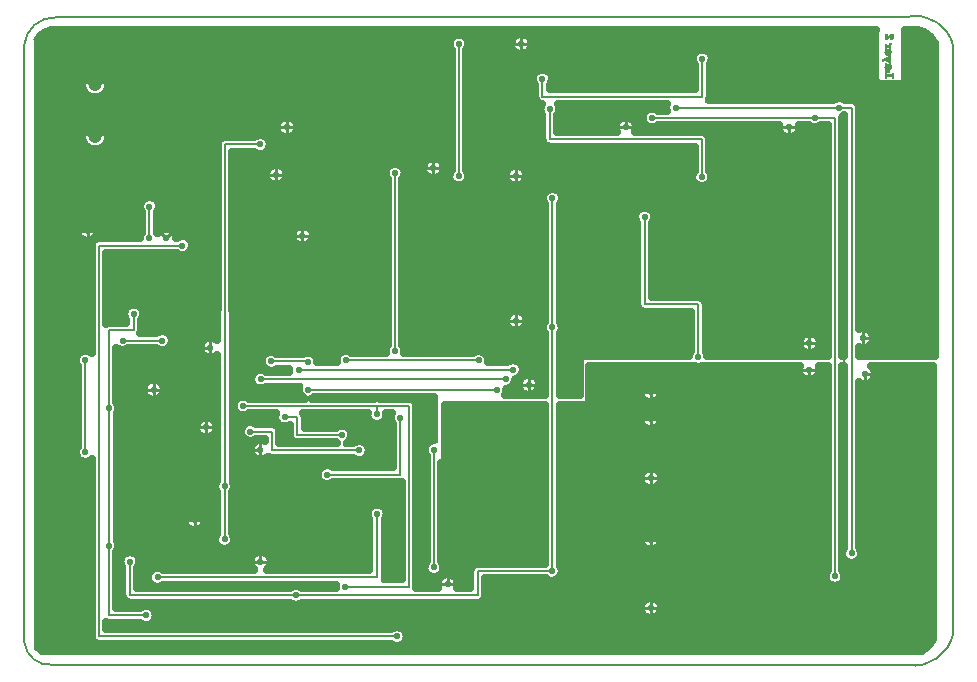
<source format=gbr>
%FSLAX23Y23*%
%MOIN*%
G04 EasyPC Gerber Version 15.0.4 Build 3016 *
%ADD14C,0.00100*%
%ADD16C,0.00500*%
%ADD15C,0.00787*%
%ADD13C,0.00800*%
%ADD148C,0.01000*%
%ADD83C,0.02200*%
%ADD133C,0.02500*%
%ADD82C,0.04724*%
X0Y0D02*
D02*
D13*
X206Y1019D02*
Y713D01*
X285Y859D02*
Y1119D01*
X367*
Y1174*
X285Y402D02*
Y169D01*
X409*
X285Y402D02*
Y631D01*
X285*
Y859*
X331Y1085D02*
X463D01*
X420Y1532D02*
Y1480D01*
X420*
Y1427*
X530Y1402D02*
X251D01*
Y99*
X1246*
X571Y487D02*
Y489D01*
X610*
Y796*
X671Y423D02*
Y599D01*
X671Y1182D02*
X671Y599D01*
X790Y1739D02*
X671D01*
Y1448*
X871Y830D02*
X912D01*
Y770*
X1061*
X917Y988D02*
X1633D01*
X948Y1015D02*
Y1017D01*
X825*
Y1016*
X949Y921D02*
X1578D01*
X1073Y265D02*
X1286D01*
Y867*
X1178*
X1120Y719D02*
X829D01*
Y782*
X756*
X1178Y867D02*
X732D01*
X1178D02*
Y839D01*
X1179Y507D02*
X1179D01*
Y296*
X447*
X1239Y1643D02*
Y1051D01*
X1256Y828D02*
Y638D01*
X1012*
X1368Y721D02*
Y329D01*
X1452Y1634D02*
Y2074D01*
X1517Y1019D02*
X1075D01*
Y1019*
X1608Y957D02*
X791D01*
X1730Y1957D02*
Y1898D01*
X2262*
Y2024*
X1755Y1856D02*
Y1757D01*
X2261*
Y1632*
X1763Y317D02*
X1515D01*
Y236*
X1763Y1129D02*
Y317D01*
Y1129D02*
Y1354D01*
X1763*
Y1559*
X2008Y1796D02*
X2552D01*
X2071Y1497D02*
Y1206D01*
X2249*
Y1030*
X2091Y630D02*
X2091D01*
Y626*
Y194D02*
Y422D01*
Y626D02*
X2620D01*
Y988*
X2091Y626D02*
Y422D01*
X2096Y1827D02*
X2637D01*
X2620Y1077D02*
Y1204D01*
X2620*
Y1796*
X2552*
X2706Y300D02*
Y1827D01*
X2637*
X2719Y1862D02*
X2174D01*
X2734Y909D02*
Y1108D01*
X2736*
X2761Y376D02*
Y1862D01*
X2719*
D02*
D14*
X2871Y1962D02*
X2875D01*
Y1966*
X2894*
Y1962*
X2899*
Y1977*
X2894*
Y1973*
X2875*
Y1981*
X2884*
Y1987*
X2871*
Y1962*
X2875Y2011D02*
X2871D01*
Y2002*
X2872*
X2871Y1999*
X2870Y1996*
X2871Y1993*
X2872Y1991*
X2874Y1989*
X2876Y1989*
X2879Y1989*
X2881Y1991*
X2883Y1994*
X2883Y1997*
X2882Y2002*
X2883*
X2885*
X2886Y2001*
X2887Y1998*
X2886Y1996*
X2885Y1994*
X2886Y1989*
X2888Y1990*
X2890Y1992*
X2890Y1995*
X2891Y1998*
Y2001*
X2890Y2003*
X2889Y2005*
X2888Y2006*
X2886Y2007*
X2885Y2008*
X2882*
X2875*
Y2011*
X2878Y2002D02*
X2879Y2000D01*
X2879Y1998*
X2879Y1996*
X2877Y1995*
X2875Y1996*
X2874Y1998*
X2875Y2000*
X2876Y2002*
X2878*
X2862Y2016D02*
X2866D01*
Y2020*
X2870Y2021*
X2886Y2014*
Y2011*
X2890*
Y2023*
X2886*
Y2021*
X2877Y2024*
X2886Y2028*
Y2025*
X2890*
Y2036*
X2886*
Y2033*
X2862Y2023*
Y2016*
X2877Y2053D02*
X2875Y2058D01*
X2873Y2056*
X2871Y2054*
X2871Y2051*
X2870Y2048*
X2871Y2044*
X2873Y2040*
X2876Y2038*
X2880Y2037*
X2884Y2038*
X2888Y2040*
X2890Y2044*
X2891Y2048*
X2890Y2051*
X2889Y2053*
X2887Y2056*
X2885Y2057*
X2879Y2058*
Y2044*
X2877Y2044*
X2875Y2045*
X2874Y2047*
Y2049*
X2875Y2051*
X2877Y2053*
X2883Y2051D02*
X2886Y2050D01*
X2886Y2049*
X2887Y2047*
X2886Y2045*
X2883Y2044*
Y2051*
X2875Y2073D02*
X2871D01*
Y2061*
X2875*
Y2064*
X2886*
Y2061*
X2890*
Y2069*
X2885*
X2887Y2070*
X2889Y2072*
X2890Y2074*
X2891Y2076*
Y2077*
X2885*
X2884Y2073*
X2883Y2072*
X2882Y2071*
X2880Y2070*
X2878Y2070*
X2875*
Y2073*
X2879Y2108D02*
X2871D01*
Y2090*
X2874*
X2876Y2091*
X2880Y2093*
X2882Y2094*
X2884Y2096*
X2887Y2099*
X2889Y2100*
X2890Y2101*
X2892*
X2894Y2101*
X2895Y2099*
X2894Y2098*
X2893Y2097*
X2891Y2096*
X2889Y2096*
Y2091*
X2893Y2091*
X2895Y2092*
X2897Y2093*
X2898Y2095*
X2899Y2099*
X2899Y2103*
X2897Y2106*
X2894Y2107*
X2891Y2108*
X2888Y2107*
X2886Y2105*
X2884Y2104*
X2883Y2102*
X2880Y2099*
X2878Y2097*
X2875Y2096*
Y2104*
X2879*
Y2108*
X2871Y1963D02*
X2875D01*
X2894D02*
X2899D01*
X2871Y1963D02*
X2875D01*
X2894D02*
X2899D01*
X2871Y1964D02*
X2875D01*
X2894D02*
X2899D01*
X2871Y1965D02*
X2875D01*
X2894D02*
X2899D01*
X2871Y1966D02*
X2899D01*
X2871Y1967D02*
X2899D01*
X2871Y1968D02*
X2899D01*
X2871Y1969D02*
X2899D01*
X2871Y1970D02*
X2899D01*
X2871Y1971D02*
X2899D01*
X2871Y1972D02*
X2899D01*
X2871Y1973D02*
X2899D01*
X2871Y1974D02*
X2875D01*
X2894D02*
X2899D01*
X2871Y1975D02*
X2875D01*
X2894D02*
X2899D01*
X2871Y1976D02*
X2875D01*
X2894D02*
X2899D01*
X2871Y1977D02*
X2875D01*
X2894D02*
X2899D01*
X2871Y1978D02*
X2875D01*
X2871Y1978D02*
X2875D01*
X2871Y1979D02*
X2875D01*
X2871Y1980D02*
X2875D01*
X2871Y1981D02*
X2884D01*
X2871Y1982D02*
X2884D01*
X2871Y1983D02*
X2884D01*
X2871Y1984D02*
X2884D01*
X2871Y1985D02*
X2884D01*
X2871Y1986D02*
X2884D01*
X2876Y1989D02*
X2877D01*
X2886D02*
X2887D01*
X2873Y1990D02*
X2880D01*
X2886D02*
X2888D01*
X2872Y1991D02*
X2881D01*
X2886D02*
X2889D01*
X2872Y1992D02*
X2882D01*
X2886D02*
X2890D01*
X2871Y1993D02*
X2882D01*
X2886D02*
X2890D01*
X2871Y1993D02*
X2883D01*
X2886D02*
X2890D01*
X2871Y1994D02*
X2883D01*
X2886D02*
X2890D01*
X2871Y1995D02*
X2876D01*
X2877D02*
X2883D01*
X2886D02*
X2891D01*
X2870Y1996D02*
X2875D01*
X2879D02*
X2883D01*
X2887D02*
X2891D01*
X2871Y1997D02*
X2875D01*
X2879D02*
X2883D01*
X2887D02*
X2891D01*
X2871Y1998D02*
X2875D01*
X2879D02*
X2883D01*
X2887D02*
X2891D01*
X2871Y1999D02*
X2875D01*
X2879D02*
X2883D01*
X2887D02*
X2891D01*
X2871Y2000D02*
X2875D01*
X2879D02*
X2883D01*
X2886D02*
X2891D01*
X2872Y2001D02*
X2876D01*
X2878D02*
X2883D01*
X2886D02*
X2891D01*
X2871Y2002D02*
X2891D01*
X2871Y2003D02*
X2891D01*
X2871Y2004D02*
X2890D01*
X2871Y2005D02*
X2889D01*
X2871Y2006D02*
X2889D01*
X2871Y2007D02*
X2888D01*
X2871Y2007D02*
X2885D01*
X2871Y2008D02*
X2875D01*
X2871Y2009D02*
X2875D01*
X2871Y2010D02*
X2875D01*
X2886Y2011D02*
X2890D01*
X2886Y2012D02*
X2890D01*
X2886Y2013D02*
X2890D01*
X2886Y2014D02*
X2890D01*
X2884Y2015D02*
X2890D01*
X2882Y2016D02*
X2890D01*
X2862Y2017D02*
X2866D01*
X2880D02*
X2890D01*
X2862Y2018D02*
X2866D01*
X2878D02*
X2890D01*
X2862Y2019D02*
X2866D01*
X2875D02*
X2890D01*
X2862Y2020D02*
X2866D01*
X2873D02*
X2890D01*
X2862Y2021D02*
X2868D01*
X2871D02*
X2890D01*
X2862Y2022D02*
X2884D01*
X2886D02*
X2890D01*
X2862Y2022D02*
X2881D01*
X2886D02*
X2890D01*
X2863Y2023D02*
X2879D01*
X2865Y2024D02*
X2878D01*
X2867Y2025D02*
X2880D01*
X2886D02*
X2890D01*
X2870Y2026D02*
X2882D01*
X2886D02*
X2890D01*
X2872Y2027D02*
X2885D01*
X2886D02*
X2890D01*
X2875Y2028D02*
X2890D01*
X2877Y2029D02*
X2890D01*
X2879Y2030D02*
X2890D01*
X2882Y2031D02*
X2890D01*
X2884Y2032D02*
X2890D01*
X2886Y2033D02*
X2890D01*
X2886Y2034D02*
X2890D01*
X2886Y2035D02*
X2890D01*
X2886Y2036D02*
X2890D01*
X2878Y2037D02*
X2882D01*
X2875Y2038D02*
X2885D01*
X2874Y2039D02*
X2887D01*
X2873Y2040D02*
X2888D01*
X2872Y2041D02*
X2889D01*
X2872Y2042D02*
X2889D01*
X2871Y2043D02*
X2890D01*
X2871Y2044D02*
X2878D01*
X2879D02*
X2883D01*
X2884D02*
X2890D01*
X2871Y2045D02*
X2876D01*
X2879D02*
X2883D01*
X2886D02*
X2890D01*
X2871Y2046D02*
X2875D01*
X2879D02*
X2883D01*
X2886D02*
X2891D01*
X2871Y2047D02*
X2874D01*
X2879D02*
X2883D01*
X2887D02*
X2891D01*
X2871Y2048D02*
X2874D01*
X2879D02*
X2883D01*
X2887D02*
X2891D01*
X2871Y2049D02*
X2875D01*
X2879D02*
X2883D01*
X2886D02*
X2891D01*
X2871Y2050D02*
X2875D01*
X2879D02*
X2883D01*
X2886D02*
X2891D01*
X2871Y2051D02*
X2875D01*
X2879D02*
X2883D01*
X2885D02*
X2890D01*
X2871Y2052D02*
X2876D01*
X2879D02*
X2890D01*
X2871Y2052D02*
X2876D01*
X2879D02*
X2890D01*
X2871Y2053D02*
X2877D01*
X2879D02*
X2889D01*
X2872Y2054D02*
X2877D01*
X2879D02*
X2889D01*
X2872Y2055D02*
X2876D01*
X2879D02*
X2888D01*
X2873Y2056D02*
X2876D01*
X2879D02*
X2886D01*
X2875Y2057D02*
X2876D01*
X2879D02*
X2882D01*
X2871Y2061D02*
X2875D01*
X2886D02*
X2890D01*
X2871Y2062D02*
X2875D01*
X2886D02*
X2890D01*
X2871Y2063D02*
X2875D01*
X2886D02*
X2890D01*
X2871Y2064D02*
X2890D01*
X2871Y2065D02*
X2890D01*
X2871Y2066D02*
X2890D01*
X2871Y2067D02*
X2890D01*
X2871Y2067D02*
X2890D01*
X2871Y2068D02*
X2890D01*
X2871Y2069D02*
X2886D01*
X2871Y2070D02*
X2875D01*
X2881D02*
X2888D01*
X2871Y2071D02*
X2875D01*
X2883D02*
X2889D01*
X2871Y2072D02*
X2875D01*
X2884D02*
X2890D01*
X2884Y2073D02*
X2890D01*
X2885Y2074D02*
X2891D01*
X2885Y2075D02*
X2891D01*
X2885Y2076D02*
X2891D01*
X2885Y2077D02*
X2891D01*
X2871Y2091D02*
X2877D01*
X2889D02*
X2891D01*
X2871Y2092D02*
X2879D01*
X2889D02*
X2896D01*
X2871Y2093D02*
X2881D01*
X2889D02*
X2897D01*
X2871Y2094D02*
X2882D01*
X2889D02*
X2898D01*
X2871Y2095D02*
X2883D01*
X2889D02*
X2898D01*
X2871Y2096D02*
X2884D01*
X2889D02*
X2899D01*
X2871Y2097D02*
X2875D01*
X2878D02*
X2885D01*
X2893D02*
X2899D01*
X2871Y2097D02*
X2875D01*
X2879D02*
X2886D01*
X2894D02*
X2899D01*
X2871Y2098D02*
X2875D01*
X2880D02*
X2887D01*
X2895D02*
X2899D01*
X2871Y2099D02*
X2875D01*
X2881D02*
X2888D01*
X2895D02*
X2899D01*
X2871Y2100D02*
X2875D01*
X2882D02*
X2889D01*
X2894D02*
X2899D01*
X2871Y2101D02*
X2875D01*
X2883D02*
X2899D01*
X2871Y2102D02*
X2875D01*
X2883D02*
X2899D01*
X2871Y2103D02*
X2875D01*
X2884D02*
X2899D01*
X2871Y2104D02*
X2879D01*
X2884D02*
X2898D01*
X2871Y2105D02*
X2879D01*
X2886D02*
X2897D01*
X2871Y2106D02*
X2879D01*
X2887D02*
X2897D01*
X2871Y2107D02*
X2879D01*
X2888D02*
X2895D01*
X2871Y2108D02*
X2879D01*
D02*
D15*
X671Y1448D02*
Y1182D01*
X790Y348D02*
Y721D01*
X908Y236D02*
X355D01*
Y348*
X1515Y236D02*
X908D01*
X1643Y1152D02*
Y1622D01*
X1642*
Y1635*
X2091Y824D02*
Y630D01*
Y824D02*
Y869D01*
X2091*
Y914*
D02*
D16*
X3Y80D02*
G75*
G03X95Y4I84J9D01*
G01*
X2947*
G75*
G03X3100Y113I22J131*
G01*
X3100Y2065*
G75*
G03X2948Y2164I-126J-26*
G01*
X110Y2163*
G75*
G03X3Y2067I-6J-102*
G01*
Y80*
D02*
D82*
X239Y1767D03*
Y1940D03*
D02*
D83*
X206Y713D03*
Y1019D03*
X214Y1452D03*
X285Y859D03*
X285Y402D03*
X331Y1085D03*
X355Y348D03*
X367Y1174D03*
X409Y169D03*
X420Y1427D03*
X420Y1532D03*
X434Y922D03*
X447Y296D03*
X463Y1085D03*
X476Y1426D03*
X530Y1402D03*
X571Y487D03*
X610Y796D03*
X622Y1061D03*
X671Y423D03*
Y599D03*
X732Y867D03*
X756Y782D03*
X790Y1739D03*
X790Y348D03*
Y721D03*
X791Y957D03*
X825Y1016D03*
X843Y1638D03*
X871Y830D03*
X879Y1796D03*
X908Y236D03*
X917Y988D03*
X930Y1435D03*
X948Y1015D03*
X949Y921D03*
X1012Y638D03*
X1061Y770D03*
X1073Y265D03*
X1075Y1019D03*
X1120Y719D03*
X1178Y839D03*
X1179Y507D03*
X1239Y1051D03*
Y1643D03*
X1246Y99D03*
X1256Y828D03*
X1366Y1660D03*
X1368Y329D03*
Y721D03*
X1414Y273D03*
X1452Y1634D03*
Y2074D03*
X1517Y1019D03*
X1578Y921D03*
X1608Y957D03*
X1633Y988D03*
X1642Y1635D03*
X1643Y1152D03*
X1660Y2074D03*
X1685Y938D03*
X1730Y1957D03*
X1755Y1856D03*
X1763Y317D03*
Y1129D03*
X1763Y1559D03*
X2008Y1796D03*
X2071Y1497D03*
X2091Y824D03*
X2091Y914D03*
X2091Y194D03*
Y422D03*
Y626D03*
X2096Y1827D03*
X2174Y1862D03*
X2249Y1030D03*
X2261Y1632D03*
X2262Y2024D03*
X2552Y1796D03*
X2620Y988D03*
X2620Y1077D03*
X2637Y1827D03*
X2706Y300D03*
X2719Y1862D03*
X2761Y376D03*
X2800Y1094D03*
X2806Y973D03*
D02*
D133*
X47Y2088D02*
Y678D01*
X227*
Y689*
G75*
G02X181Y732I-21J23*
G01*
Y1000*
G75*
G02X227Y1043I25J20*
G01*
Y1402*
G75*
G02X251Y1427I25*
G01*
X388*
Y1427*
G75*
G02X394Y1445I32*
G01*
Y1514*
G75*
G02X389Y1532I26J18*
G01*
G75*
G02X452I32*
G01*
G75*
G02X446Y1514I-32*
G01*
Y1444*
G75*
G02X447Y1443I-27J-17*
G01*
G75*
G02X509Y1427I29J-17*
G01*
X511*
G75*
G02X562Y1402I20J-25*
G01*
G75*
G02X511Y1378I-32*
G01*
X276*
Y1142*
G75*
G02X285Y1143I9J-23*
G01*
X343*
Y1154*
G75*
G02X336Y1174I25J20*
G01*
G75*
G02X399I32*
G01*
G75*
G02X392Y1154I-32*
G01*
Y1119*
G75*
G02X390Y1110I-25*
G01*
X443*
G75*
G02X495Y1085I20J-25*
G01*
G75*
G02X443Y1061I-32*
G01*
X350*
G75*
G02X309Y1062I-20J25*
G01*
Y879*
G75*
G02X311Y842I-24J-20*
G01*
Y678*
X645*
Y1037*
G75*
G02X589Y1061I-23J25*
G01*
G75*
G02X645Y1086I34*
G01*
Y1182*
G75*
G02X647Y1191I26*
G01*
Y1446*
G75*
G02X647Y1448I24J2*
G01*
Y1739*
G75*
G02X671Y1763I25*
G01*
X770*
G75*
G02X821Y1739I20J-25*
G01*
G75*
G02X770Y1714I-32*
G01*
X696*
Y1448*
G75*
G02X695Y1446I-25*
G01*
Y1191*
G75*
G02X697Y1182I-24J-9*
G01*
Y678*
X1232*
Y808*
G75*
G02X1228Y843I25J20*
G01*
X1209*
G75*
G02X1210Y839I-31J-4*
G01*
G75*
G02X1147I-32*
G01*
G75*
G02X1147Y843I32J0*
G01*
X933*
G75*
G02X937Y830I-21J-13*
G01*
Y795*
X1041*
G75*
G02X1092Y770I20J-25*
G01*
G75*
G02X1077Y743I-32*
G01*
X1100*
G75*
G02X1151Y719I20J-25*
G01*
G75*
G02X1100Y694I-32*
G01*
X829*
G75*
G02X815Y699I0J25*
G01*
G75*
G02X757Y721I-25J23*
G01*
G75*
G02X804Y752I34*
G01*
Y758*
X776*
G75*
G02X725Y782I-20J25*
G01*
G75*
G02X776Y807I32*
G01*
X829*
G75*
G02X853Y782J-25*
G01*
Y743*
X1045*
G75*
G02X1041Y746I16J27*
G01*
X912*
G75*
G02X888Y770J25*
G01*
Y803*
G75*
G02X842Y843I-17J27*
G01*
X752*
G75*
G02X701Y867I-20J25*
G01*
G75*
G02X752Y892I32*
G01*
X938*
G75*
G02X920Y932I11J29*
G01*
X810*
G75*
G02X759Y957I-20J25*
G01*
G75*
G02X810Y981I32*
G01*
X886*
G75*
G02X886Y988I31J7*
G01*
G75*
G02X886Y990I31J0*
G01*
X844Y990*
G75*
G02X794Y1016I-18J26*
G01*
G75*
G02X842Y1042I32*
G01*
X931Y1041*
G75*
G02X980Y1013I17J-26*
G01*
X1044*
G75*
G02X1043Y1019I31J6*
G01*
G75*
G02X1091Y1045I32*
G01*
X1208*
G75*
G02X1207Y1051I31J6*
G01*
G75*
G02X1214Y1071I32*
G01*
Y1623*
G75*
G02X1207Y1643I25J20*
G01*
G75*
G02X1270I32*
G01*
G75*
G02X1263Y1623I-32*
G01*
Y1071*
G75*
G02X1270Y1051I-25J-20*
G01*
G75*
G02X1270Y1045I-32J0*
G01*
X1499*
G75*
G02X1547Y1013I18J-26*
G01*
X1613*
G75*
G02X1665Y988I20J-25*
G01*
G75*
G02X1639Y957I-32*
G01*
G75*
G02X1610Y925I-31J-1*
G01*
G75*
G02X1605Y904I-31J-4*
G01*
X1738*
Y1109*
G75*
G02X1737Y1147I25J20*
G01*
Y1542*
G75*
G02X1732Y1559I26J17*
G01*
G75*
G02X1795I32*
G01*
G75*
G02X1789Y1541I-32*
G01*
Y1147*
G75*
G02X1787Y1109I-26J-18*
G01*
Y904*
X1854*
Y1035*
X2218*
G75*
G02X2225Y1049I31J-5*
G01*
Y1181*
X2071*
G75*
G02X2046Y1206J25*
G01*
Y1477*
G75*
G02X2039Y1497I25J20*
G01*
G75*
G02X2102I32*
G01*
G75*
G02X2095Y1477I-32*
G01*
Y1230*
X2249*
G75*
G02X2274Y1206J-25*
G01*
Y1049*
G75*
G02X2280Y1035I-25J-20*
G01*
X2681*
Y1803*
X2657*
G75*
G02X2617I-20J25*
G01*
X2585*
G75*
G02X2586Y1796I-33J-7*
G01*
G75*
G02X2519I-34*
G01*
G75*
G02X2519Y1803I34J0*
G01*
X2116*
G75*
G02X2064Y1827I-20J25*
G01*
G75*
G02X2116Y1852I32*
G01*
X2144*
G75*
G02X2145Y1874I30J11*
G01*
X1781*
G75*
G02X1779Y1836I-26J-18*
G01*
Y1781*
X1977*
G75*
G02X1974Y1796I30J14*
G01*
G75*
G02X2041I34*
G01*
G75*
G02X2038Y1781I-34J0*
G01*
X2261*
G75*
G02X2286Y1757J-25*
G01*
Y1651*
G75*
G02X2293Y1632I-25J-20*
G01*
G75*
G02X2230I-32*
G01*
G75*
G02X2237Y1651I32*
G01*
Y1732*
X1755*
G75*
G02X1730Y1757J25*
G01*
Y1836*
G75*
G02X1729Y1874I25J20*
G01*
G75*
G02X1705Y1898I1J24*
G01*
Y1937*
G75*
G02X1698Y1957I25J20*
G01*
G75*
G02X1761I32*
G01*
G75*
G02X1754Y1937I-32*
G01*
Y1923*
X2238*
Y2005*
G75*
G02X2231Y2024I25J20*
G01*
G75*
G02X2294I32*
G01*
G75*
G02X2287Y2005I-32*
G01*
Y1898*
G75*
G02X2284Y1887I-25J0*
G01*
X2699*
G75*
G02X2739I20J-25*
G01*
X2761*
G75*
G02X2785Y1862J-25*
G01*
Y1124*
G75*
G02X2833Y1094I14J-30*
G01*
G75*
G02X2785Y1064I-34*
G01*
Y1035*
X3038*
Y2077*
G75*
G03X2953Y2122I-73J-35*
G01*
G75*
G02X2946Y2121I-7J34*
G01*
X2938*
G75*
G02X2940Y2111I-18J-10*
G01*
Y1961*
G75*
G02X2920Y1940I-21*
G01*
X2860*
G75*
G02X2839Y1961J21*
G01*
Y2111*
G75*
G02X2842Y2121I21J0*
G01*
X110Y2121*
G75*
G02X108Y2121I0J35*
G01*
G75*
G03X47Y2088I-4J-67*
G01*
X180Y1452D02*
G75*
G02X247I34D01*
G01*
G75*
G02X180I-34*
G01*
X195Y1767D02*
G75*
G02X283I44D01*
G01*
G75*
G02X195I-44*
G01*
Y1940D02*
G75*
G02X283I44D01*
G01*
G75*
G02X195I-44*
G01*
X400Y922D02*
G75*
G02X467I34D01*
G01*
G75*
G02X400I-34*
G01*
X576Y796D02*
G75*
G02X643I34D01*
G01*
G75*
G02X576I-34*
G01*
X809Y1638D02*
G75*
G02X876I34D01*
G01*
G75*
G02X809I-34*
G01*
X845Y1796D02*
G75*
G02X912I34D01*
G01*
G75*
G02X845I-34*
G01*
X897Y1435D02*
G75*
G02X964I34D01*
G01*
G75*
G02X897I-34*
G01*
X1333Y1660D02*
G75*
G02X1400I34D01*
G01*
G75*
G02X1333I-34*
G01*
X1427Y1654D02*
Y2055D01*
G75*
G02X1420Y2074I25J20*
G01*
G75*
G02X1483I32*
G01*
G75*
G02X1476Y2055I-32*
G01*
Y1654*
G75*
G02X1483Y1634I-25J-20*
G01*
G75*
G02X1420I-32*
G01*
G75*
G02X1427Y1654I32*
G01*
X1608Y1635D02*
G75*
G02X1675I34D01*
G01*
G75*
G02X1608I-34*
G01*
X1609Y1152D02*
G75*
G02X1676I34D01*
G01*
G75*
G02X1609I-34*
G01*
X1626Y2074D02*
G75*
G02X1693I34D01*
G01*
G75*
G02X1626I-34*
G01*
X1651Y938D02*
G75*
G02X1718I34D01*
G01*
G75*
G02X1651I-34*
G01*
X2587Y1077D02*
G75*
G02X2654I34D01*
G01*
G75*
G02X2587I-34*
G01*
X47Y1452D02*
G36*
Y678D01*
X227*
Y689*
G75*
G02X181Y732I-21J23*
G01*
Y1000*
G75*
G02X227Y1043I25J20*
G01*
Y1402*
G75*
G02X251Y1427I25*
G01*
X388*
Y1427*
G75*
G02X394Y1445I32*
G01*
Y1452*
X247*
G75*
G02X180I-34*
G01*
X47*
G37*
X180D02*
G36*
G75*
G02X247I34D01*
G01*
X394*
Y1514*
G75*
G02X389Y1532I26J18*
G01*
G75*
G02X452I32*
G01*
G75*
G02X446Y1514I-32*
G01*
Y1444*
G75*
G02X447Y1443I-27J-17*
G01*
G75*
G02X509Y1427I29J-17*
G01*
X511*
G75*
G02X562Y1402I20J-25*
G01*
G75*
G02X511Y1378I-32*
G01*
X276*
Y1142*
G75*
G02X285Y1143I9J-23*
G01*
X343*
Y1154*
G75*
G02X336Y1174I25J20*
G01*
G75*
G02X399I32*
G01*
G75*
G02X392Y1154I-32*
G01*
Y1119*
G75*
G02X390Y1110I-25*
G01*
X443*
G75*
G02X495Y1085I20J-25*
G01*
G75*
G02X443Y1061I-32*
G01*
X350*
G75*
G02X309Y1062I-20J25*
G01*
Y922*
X400*
G75*
G02X467I34*
G01*
X645*
Y1037*
G75*
G02X589Y1061I-23J25*
G01*
G75*
G02X645Y1086I34*
G01*
Y1182*
G75*
G02X647Y1191I26*
G01*
Y1446*
G75*
G02X647Y1448I24J2*
G01*
Y1739*
G75*
G02X671Y1763I25*
G01*
X770*
G75*
G02X775Y1767I20J-25*
G01*
X283*
G75*
G02X195I-44*
G01*
X47*
Y1452*
X180*
G37*
X696D02*
G36*
Y1448D01*
G75*
G02X695Y1446I-25*
G01*
Y1191*
G75*
G02X697Y1182I-24J-9*
G01*
Y678*
X1232*
Y808*
G75*
G02X1228Y843I25J20*
G01*
X1209*
G75*
G02X1210Y839I-31J-4*
G01*
G75*
G02X1147I-32*
G01*
G75*
G02X1147Y843I32J0*
G01*
X933*
G75*
G02X937Y830I-21J-13*
G01*
Y795*
X1041*
G75*
G02X1092Y770I20J-25*
G01*
G75*
G02X1077Y743I-32*
G01*
X1100*
G75*
G02X1151Y719I20J-25*
G01*
G75*
G02X1100Y694I-32*
G01*
X829*
G75*
G02X815Y699I0J25*
G01*
G75*
G02X757Y721I-25J23*
G01*
G75*
G02X804Y752I34*
G01*
Y758*
X776*
G75*
G02X725Y782I-20J25*
G01*
G75*
G02X776Y807I32*
G01*
X829*
G75*
G02X853Y782J-25*
G01*
Y743*
X1045*
G75*
G02X1041Y746I16J27*
G01*
X912*
G75*
G02X888Y770J25*
G01*
Y803*
G75*
G02X842Y843I-17J27*
G01*
X752*
G75*
G02X701Y867I-20J25*
G01*
G75*
G02X752Y892I32*
G01*
X938*
G75*
G02X920Y932I11J29*
G01*
X810*
G75*
G02X759Y957I-20J25*
G01*
G75*
G02X810Y981I32*
G01*
X886*
G75*
G02X886Y988I31J7*
G01*
G75*
G02X886Y990I31J0*
G01*
X844Y990*
G75*
G02X794Y1016I-18J26*
G01*
G75*
G02X842Y1042I32*
G01*
X931Y1041*
G75*
G02X980Y1013I17J-26*
G01*
X1044*
G75*
G02X1043Y1019I31J6*
G01*
G75*
G02X1091Y1045I32*
G01*
X1208*
G75*
G02X1207Y1051I31J6*
G01*
G75*
G02X1214Y1071I32*
G01*
Y1452*
X960*
G75*
G02X964Y1435I-29J-16*
G01*
G75*
G02X897I-34*
G01*
G75*
G02X901Y1452I34*
G01*
X696*
G37*
X901D02*
G36*
G75*
G02X960I29J-16D01*
G01*
X1214*
Y1623*
G75*
G02X1208Y1638I25J20*
G01*
X876*
G75*
G02X809I-34*
G01*
X696*
Y1452*
X901*
G37*
X195Y1767D02*
G36*
G75*
G02X283I44D01*
G01*
X775*
G75*
G02X805I15J-28*
G01*
X862*
G75*
G02X845Y1796I17J29*
G01*
G75*
G02X912I34*
G01*
G75*
G02X895Y1767I-34*
G01*
X1427*
Y1940*
X283*
G75*
G02X195I-44*
G01*
X47*
Y1767*
X195*
G37*
X805D02*
G36*
G75*
G02X821Y1739I-15J-28D01*
G01*
G75*
G02X770Y1714I-32*
G01*
X696*
Y1638*
X809*
G75*
G02X876I34*
G01*
X1208*
G75*
G02X1207Y1643I31J5*
G01*
G75*
G02X1270I32*
G01*
G75*
G02X1270Y1638I-32J0*
G01*
X1341*
G75*
G02X1333Y1660I25J22*
G01*
G75*
G02X1400I34*
G01*
G75*
G02X1391Y1638I-34J0*
G01*
X1420*
G75*
G02X1427Y1654I31J-4*
G01*
Y1767*
X895*
G75*
G02X862I-17J29*
G01*
X805*
G37*
X1476D02*
G36*
Y1654D01*
G75*
G02X1483Y1638I-25J-20*
G01*
X1609*
G75*
G02X1675I33J-3*
G01*
X2230*
G75*
G02X2237Y1651I31J-6*
G01*
Y1732*
X1755*
G75*
G02X1730Y1757J25*
G01*
Y1767*
X1476*
G37*
X1730D02*
G36*
Y1836D01*
G75*
G02X1729Y1874I25J20*
G01*
G75*
G02X1705Y1898I1J24*
G01*
Y1937*
G75*
G02X1703Y1940I24J20*
G01*
X1476*
Y1767*
X1730*
G37*
X195Y1940D02*
G36*
G75*
G02X283I44D01*
G01*
X1427*
Y2055*
G75*
G02X1420Y2074I25J20*
G01*
X47*
Y1940*
X195*
G37*
X1703D02*
G36*
G75*
G02X1698Y1957I26J17D01*
G01*
G75*
G02X1761I32*
G01*
G75*
G02X1754Y1937I-32*
G01*
Y1923*
X2238*
Y2005*
G75*
G02X2231Y2024I25J20*
G01*
G75*
G02X2294I32*
G01*
G75*
G02X2287Y2005I-32*
G01*
Y1898*
G75*
G02X2284Y1887I-25J0*
G01*
X2699*
G75*
G02X2739I20J-25*
G01*
X2761*
G75*
G02X2785Y1862J-25*
G01*
Y1124*
G75*
G02X2833Y1094I14J-30*
G01*
G75*
G02X2785Y1064I-34*
G01*
Y1035*
X3038*
Y2077*
G75*
G03X2953Y2122I-73J-35*
G01*
G75*
G02X2946Y2121I-7J34*
G01*
X2938*
G75*
G02X2940Y2111I-18J-10*
G01*
Y1961*
G75*
G02X2920Y1940I-21*
G01*
X2860*
G75*
G02X2839Y1961J21*
G01*
Y2074*
X1693*
G75*
G02X1626I-34*
G01*
X1483*
G75*
G02X1476Y2055I-32J0*
G01*
Y1940*
X1703*
G37*
X309Y922D02*
G36*
Y879D01*
G75*
G02X311Y842I-24J-20*
G01*
Y796*
X576*
G75*
G02X643I34*
G01*
X645*
Y922*
X467*
G75*
G02X400I-34*
G01*
X309*
G37*
X1610D02*
G36*
G75*
G02X1605Y904I-31J-1D01*
G01*
X1738*
Y922*
X1714*
G75*
G02X1655I-30J16*
G01*
X1610*
G37*
X1655D02*
G36*
G75*
G02X1651Y938I30J16D01*
G01*
G75*
G02X1718I34*
G01*
G75*
G02X1714Y922I-34*
G01*
X1738*
Y1109*
G75*
G02X1737Y1147I25J20*
G01*
Y1152*
X1676*
G75*
G02X1609I-34*
G01*
X1263*
Y1071*
G75*
G02X1270Y1051I-25J-20*
G01*
G75*
G02X1270Y1045I-32J0*
G01*
X1499*
G75*
G02X1547Y1013I18J-26*
G01*
X1613*
G75*
G02X1665Y988I20J-25*
G01*
G75*
G02X1639Y957I-32*
G01*
G75*
G02X1610Y925I-31J-1*
G01*
G75*
G02X1610Y922I-31J-4*
G01*
X1655*
G37*
X311Y796D02*
G36*
Y678D01*
X645*
Y796*
X643*
G75*
G02X576I-34*
G01*
X311*
G37*
X1270Y1638D02*
G36*
G75*
G02X1263Y1623I-31J5D01*
G01*
Y1152*
X1609*
G75*
G02X1676I34*
G01*
X1737*
Y1542*
G75*
G02X1732Y1559I26J17*
G01*
G75*
G02X1795I32*
G01*
G75*
G02X1789Y1541I-32*
G01*
Y1147*
G75*
G02X1787Y1109I-26J-18*
G01*
Y904*
X1854*
Y1035*
X2218*
G75*
G02X2225Y1049I31J-5*
G01*
Y1181*
X2071*
G75*
G02X2046Y1206J25*
G01*
Y1477*
G75*
G02X2039Y1497I25J20*
G01*
G75*
G02X2102I32*
G01*
G75*
G02X2095Y1477I-32*
G01*
Y1230*
X2249*
G75*
G02X2274Y1206J-25*
G01*
Y1077*
X2587*
G75*
G02X2654I34*
G01*
X2681*
Y1803*
X2657*
G75*
G02X2617I-20J25*
G01*
X2585*
G75*
G02X2586Y1796I-33J-7*
G01*
G75*
G02X2519I-34*
G01*
G75*
G02X2519Y1803I34J0*
G01*
X2116*
G75*
G02X2064Y1827I-20J25*
G01*
G75*
G02X2116Y1852I32*
G01*
X2144*
G75*
G02X2145Y1874I30J11*
G01*
X1781*
G75*
G02X1779Y1836I-26J-18*
G01*
Y1781*
X1977*
G75*
G02X1974Y1796I30J14*
G01*
G75*
G02X2041I34*
G01*
G75*
G02X2038Y1781I-34J0*
G01*
X2261*
G75*
G02X2286Y1757J-25*
G01*
Y1651*
G75*
G02X2293Y1632I-25J-20*
G01*
G75*
G02X2230I-32*
G01*
G75*
G02X2230Y1638I31J0*
G01*
X1675*
G75*
G02X1675Y1635I-33J-3*
G01*
G75*
G02X1608I-34*
G01*
G75*
G02X1609Y1638I33J0*
G01*
X1483*
G75*
G02X1483Y1634I-31J-4*
G01*
G75*
G02X1420I-32*
G01*
G75*
G02X1420Y1638I32J0*
G01*
X1391*
G75*
G02X1341I-25J22*
G01*
X1270*
G37*
X1420Y2074D02*
G36*
Y2074D01*
G75*
G02X1483I32*
G01*
Y2074*
X1626*
G75*
G02X1693I34*
G01*
X2839*
Y2111*
G75*
G02X2842Y2121I21J0*
G01*
X110Y2121*
G75*
G02X108Y2121I0J35*
G01*
G75*
G03X47Y2088I-4J-67*
G01*
Y2074*
X1420*
G37*
X2274Y1077D02*
G36*
Y1049D01*
G75*
G02X2280Y1035I-25J-20*
G01*
X2681*
Y1077*
X2654*
G75*
G02X2587I-34*
G01*
X2274*
G37*
X47Y63D02*
G75*
G03X63Y51I35J29D01*
G01*
X2993Y50*
G75*
G03X3033Y91I-41J80*
G01*
Y1000*
X2825*
G75*
G02X2839Y973I-19J-28*
G01*
G75*
G02X2785Y946I-34*
G01*
Y396*
G75*
G02X2792Y376I-25J-20*
G01*
G75*
G02X2730Y369I-32*
G01*
Y319*
G75*
G02X2737Y300I-25J-20*
G01*
G75*
G02X2674I-32*
G01*
G75*
G02X2681Y319I32*
G01*
Y1000*
X2651*
G75*
G02X2653Y988I-31J-13*
G01*
G75*
G02X2586I-34*
G01*
G75*
G02X2589Y1000I34J0*
G01*
X2261*
G75*
G02X2238I-12J29*
G01*
X1886*
Y872*
X1787*
Y337*
G75*
G02X1743Y293I-25J-20*
G01*
X1539*
Y236*
G75*
G02X1513Y212I-25*
G01*
X928*
G75*
G02X888I-20J24*
G01*
X355*
G75*
G02X330Y236J24*
G01*
Y328*
G75*
G02X323Y348I24J20*
G01*
G75*
G02X386I32*
G01*
G75*
G02X379Y328I-32*
G01*
Y261*
X888*
G75*
G02X928I20J-24*
G01*
X1041*
G75*
G02X1041Y270I31J4*
G01*
X464*
G75*
G02X415Y296I-18J26*
G01*
G75*
G02X464Y322I32*
G01*
X770*
G75*
G02X757Y348I21J26*
G01*
G75*
G02X824I34*
G01*
G75*
G02X811Y322I-34*
G01*
X1153*
Y489*
G75*
G02X1147Y507I26J18*
G01*
G75*
G02X1210I32*
G01*
G75*
G02X1205Y489I-32*
G01*
Y296*
G75*
G02X1204Y289I-26J0*
G01*
X1261*
Y614*
G75*
G02X1256Y614I-5J24*
G01*
X1032*
G75*
G02X981Y638I-20J25*
G01*
G75*
G02X1032Y663I32*
G01*
X1232*
Y678*
X697*
Y616*
G75*
G02X695Y579I-26J-17*
G01*
Y443*
G75*
G02X702Y423I-25J-20*
G01*
G75*
G02X639I-32*
G01*
G75*
G02X646Y443I32*
G01*
Y579*
G75*
G02X645Y617I25J20*
G01*
Y678*
X311*
Y420*
G75*
G02X309Y382I-26J-18*
G01*
Y194*
X389*
G75*
G02X441Y169I20J-25*
G01*
G75*
G02X389Y145I-32*
G01*
X285*
G75*
G02X276Y147I0J25*
G01*
Y123*
X1226*
G75*
G02X1277Y99I20J-25*
G01*
G75*
G02X1226Y74I-32*
G01*
X251*
G75*
G02X227Y99J25*
G01*
Y678*
X47*
Y63*
X537Y487D02*
G75*
G02X604I34D01*
G01*
G75*
G02X537I-34*
G01*
X2057Y824D02*
G75*
G02X2124I34D01*
G01*
G75*
G02X2057I-34*
G01*
X2057Y914D02*
G75*
G02X2124I34D01*
G01*
G75*
G02X2057I-34*
G01*
X2058Y194D02*
G75*
G02X2125I34D01*
G01*
G75*
G02X2058I-34*
G01*
Y422D02*
G75*
G02X2125I34D01*
G01*
G75*
G02X2058I-34*
G01*
Y626D02*
G75*
G02X2125I34D01*
G01*
G75*
G02X2058I-34*
G01*
X311Y487D02*
G36*
Y420D01*
G75*
G02X309Y382I-26J-18*
G01*
Y194*
X389*
G75*
G02X429Y194I20J-25*
G01*
X2058*
G75*
G02X2125I34*
G01*
X3033*
Y1000*
X2825*
G75*
G02X2839Y973I-19J-28*
G01*
G75*
G02X2785Y946I-34*
G01*
Y396*
G75*
G02X2792Y376I-25J-20*
G01*
G75*
G02X2730Y369I-32*
G01*
Y319*
G75*
G02X2737Y300I-25J-20*
G01*
G75*
G02X2674I-32*
G01*
G75*
G02X2681Y319I32*
G01*
Y422*
X2125*
G75*
G02X2058I-34*
G01*
X1787*
Y337*
G75*
G02X1743Y293I-25J-20*
G01*
X1539*
Y236*
G75*
G02X1513Y212I-25*
G01*
X928*
G75*
G02X888I-20J24*
G01*
X355*
G75*
G02X330Y236J24*
G01*
Y328*
G75*
G02X323Y348I24J20*
G01*
G75*
G02X386I32*
G01*
G75*
G02X379Y328I-32*
G01*
Y261*
X888*
G75*
G02X928I20J-24*
G01*
X1041*
G75*
G02X1041Y270I31J4*
G01*
X464*
G75*
G02X415Y296I-18J26*
G01*
G75*
G02X464Y322I32*
G01*
X770*
G75*
G02X757Y348I21J26*
G01*
G75*
G02X824I34*
G01*
G75*
G02X811Y322I-34*
G01*
X1153*
Y489*
G75*
G02X1147Y507I26J18*
G01*
G75*
G02X1210I32*
G01*
G75*
G02X1205Y489I-32*
G01*
Y296*
G75*
G02X1204Y289I-26J0*
G01*
X1261*
Y614*
G75*
G02X1256Y614I-5J24*
G01*
X1032*
G75*
G02X981Y638I-20J25*
G01*
G75*
G02X1032Y663I32*
G01*
X1232*
Y678*
X697*
Y616*
G75*
G02X695Y579I-26J-17*
G01*
Y443*
G75*
G02X702Y423I-25J-20*
G01*
G75*
G02X639I-32*
G01*
G75*
G02X646Y443I32*
G01*
Y487*
X604*
G75*
G02X537I-34*
G01*
X311*
G37*
X537D02*
G36*
G75*
G02X604I34D01*
G01*
X646*
Y579*
G75*
G02X645Y617I25J20*
G01*
Y678*
X311*
Y487*
X537*
G37*
X1787Y824D02*
G36*
Y626D01*
X2058*
G75*
G02X2125I34*
G01*
X2681*
Y824*
X2124*
G75*
G02X2057I-34*
G01*
X1787*
G37*
X2057D02*
G36*
G75*
G02X2124I34D01*
G01*
X2681*
Y914*
X2124*
G75*
G02X2057I-34*
G01*
X1886*
Y872*
X1787*
Y824*
X2057*
G37*
X2057Y914D02*
G36*
G75*
G02X2124I34D01*
G01*
X2681*
Y1000*
X2651*
G75*
G02X2653Y988I-31J-13*
G01*
G75*
G02X2586I-34*
G01*
G75*
G02X2589Y1000I34J0*
G01*
X2261*
G75*
G02X2238I-12J29*
G01*
X1886*
Y914*
X2057*
G37*
X429Y194D02*
G36*
G75*
G02X441Y169I-19J-25D01*
G01*
G75*
G02X389Y145I-32*
G01*
X285*
G75*
G02X276Y147I0J25*
G01*
Y123*
X1226*
G75*
G02X1277Y99I20J-25*
G01*
G75*
G02X1226Y74I-32*
G01*
X251*
G75*
G02X227Y99J25*
G01*
Y678*
X47*
Y63*
G75*
G03X63Y51I35J29*
G01*
X2993Y50*
G75*
G03X3033Y91I-41J80*
G01*
Y194*
X2125*
G75*
G02X2058I-34*
G01*
X429*
G37*
X2058Y422D02*
G36*
G75*
G02X2125I34D01*
G01*
X2681*
Y626*
X2125*
G75*
G02X2058I-34*
G01*
X1787*
Y422*
X2058*
G37*
X967Y1039D02*
X1310Y678*
X1344D01*
Y701*
G75*
G02X1370Y753I25J20*
G01*
Y897*
X969*
G75*
G02X961Y892I-20J25*
G01*
X1169*
G75*
G02X1187I9J-25*
G01*
X1286*
G75*
G02X1310Y867J-25*
G01*
Y678*
G36*
X1344*
Y701*
G75*
G02X1370Y753I25J20*
G01*
Y897*
X969*
G75*
G02X961Y892I-20J25*
G01*
X1169*
G75*
G02X1187I9J-25*
G01*
X1286*
G75*
G02X1310Y867J-25*
G01*
Y678*
G37*
Y265*
G75*
G02X1310Y261I-25J0*
G01*
X1383*
G75*
G02X1380Y273I31J13*
G01*
G75*
G02X1447I34*
G01*
G75*
G02X1445Y261I-34J0*
G01*
X1490*
Y317*
G75*
G02X1515Y342I25*
G01*
X1738*
Y872*
X1405*
Y678*
X1393*
Y349*
G75*
G02X1400Y329I-25J-20*
G01*
G75*
G02X1337I-32*
G01*
G75*
G02X1344Y349I32*
G01*
Y678*
X1310*
G36*
Y265*
G75*
G02X1310Y261I-25J0*
G01*
X1383*
G75*
G02X1380Y273I31J13*
G01*
G75*
G02X1447I34*
G01*
G75*
G02X1445Y261I-34J0*
G01*
X1490*
Y317*
G75*
G02X1515Y342I25*
G01*
X1738*
Y872*
X1405*
Y678*
X1393*
Y349*
G75*
G02X1400Y329I-25J-20*
G01*
G75*
G02X1337I-32*
G01*
G75*
G02X1344Y349I32*
G01*
Y678*
X1310*
G37*
X2730Y1000D02*
Y383D01*
G75*
G02X2736Y396I31J-7*
G01*
Y1000*
X2730*
G36*
Y383*
G75*
G02X2736Y396I31J-7*
G01*
Y1000*
X2730*
G37*
Y1035D02*
X2736D01*
Y1836*
G75*
G02X2730Y1833I-17J26*
G01*
G75*
G02X2730Y1827I-24J-5*
G01*
Y1035*
G36*
X2736*
Y1836*
G75*
G02X2730Y1833I-17J26*
G01*
G75*
G02X2730Y1827I-24J-5*
G01*
Y1035*
G37*
D02*
D148*
X208Y1452D02*
X180D01*
X214Y1446D02*
Y1418D01*
Y1458D02*
Y1485D01*
X220Y1452D02*
X247D01*
X428Y922D02*
X400D01*
X434Y916D02*
Y889D01*
Y928D02*
Y956D01*
X440Y922D02*
X467D01*
X471Y1431D02*
X452Y1450D01*
X480Y1431D02*
X499Y1450D01*
X565Y487D02*
X537D01*
X571Y481D02*
Y453D01*
Y493D02*
Y520D01*
X577Y487D02*
X604D01*
X604Y796D02*
X576D01*
X610Y790D02*
Y762D01*
Y802D02*
Y829D01*
X616Y796D02*
X643D01*
X616Y1061D02*
X589D01*
X622Y1055D02*
Y1028D01*
Y1067D02*
Y1095D01*
X784Y348D02*
X757D01*
X784Y721D02*
X757D01*
X790Y354D02*
Y382D01*
Y715D02*
Y688D01*
Y727D02*
Y755D01*
X796Y348D02*
X824D01*
X837Y1638D02*
X809D01*
X843Y1632D02*
Y1604D01*
Y1644D02*
Y1671D01*
X849Y1638D02*
X876D01*
X873Y1796D02*
X845D01*
X879Y1790D02*
Y1762D01*
Y1802D02*
Y1829D01*
X885Y1796D02*
X912D01*
X924Y1435D02*
X897D01*
X930Y1429D02*
Y1402D01*
Y1441D02*
Y1469D01*
X936Y1435D02*
X964D01*
X1360Y1660D02*
X1333D01*
X1366Y1654D02*
Y1626D01*
Y1666D02*
Y1693D01*
X1372Y1660D02*
X1400D01*
X1408Y273D02*
X1380D01*
X1414Y279D02*
Y307D01*
X1420Y273D02*
X1447D01*
X1636Y1635D02*
X1608D01*
X1637Y1152D02*
X1609D01*
X1642Y1629D02*
Y1601D01*
Y1641D02*
Y1668D01*
X1643Y1146D02*
Y1119D01*
Y1158D02*
Y1186D01*
X1648Y1635D02*
X1675D01*
X1649Y1152D02*
X1676D01*
X1654Y2074D02*
X1626D01*
X1660Y2068D02*
Y2041D01*
Y2080D02*
Y2108D01*
X1666Y2074D02*
X1693D01*
X1679Y938D02*
X1651D01*
X1685Y932D02*
Y905D01*
Y944D02*
Y972D01*
X1691Y938D02*
X1718D01*
X2002Y1796D02*
X1974D01*
X2008Y1802D02*
Y1829D01*
X2014Y1796D02*
X2041D01*
X2085Y824D02*
X2057D01*
X2085Y914D02*
X2057D01*
X2085Y194D02*
X2058D01*
X2085Y422D02*
X2058D01*
X2085Y626D02*
X2058D01*
X2091Y818D02*
Y790D01*
Y830D02*
Y857D01*
X2091Y908D02*
Y881D01*
Y920D02*
Y948D01*
X2091Y188D02*
Y161D01*
Y200D02*
Y228D01*
Y416D02*
Y389D01*
Y428D02*
Y456D01*
Y620D02*
Y592D01*
Y632D02*
Y659D01*
X2097Y824D02*
X2124D01*
X2097Y914D02*
X2124D01*
X2097Y194D02*
X2125D01*
X2097Y422D02*
X2125D01*
X2097Y626D02*
X2125D01*
X2546Y1796D02*
X2519D01*
X2552Y1790D02*
Y1762D01*
X2558Y1796D02*
X2586D01*
X2614Y988D02*
X2586D01*
X2614Y1077D02*
X2587D01*
X2620Y982D02*
Y954D01*
X2620Y1071D02*
Y1043D01*
Y1083D02*
Y1110D01*
X2626Y988D02*
X2653D01*
X2626Y1077D02*
X2654D01*
X2800Y1088D02*
Y1061D01*
Y1100D02*
Y1128D01*
X2806Y967D02*
Y939D01*
X2806Y1094D02*
X2833D01*
X2812Y973D02*
X2839D01*
X0Y0D02*
M02*

</source>
